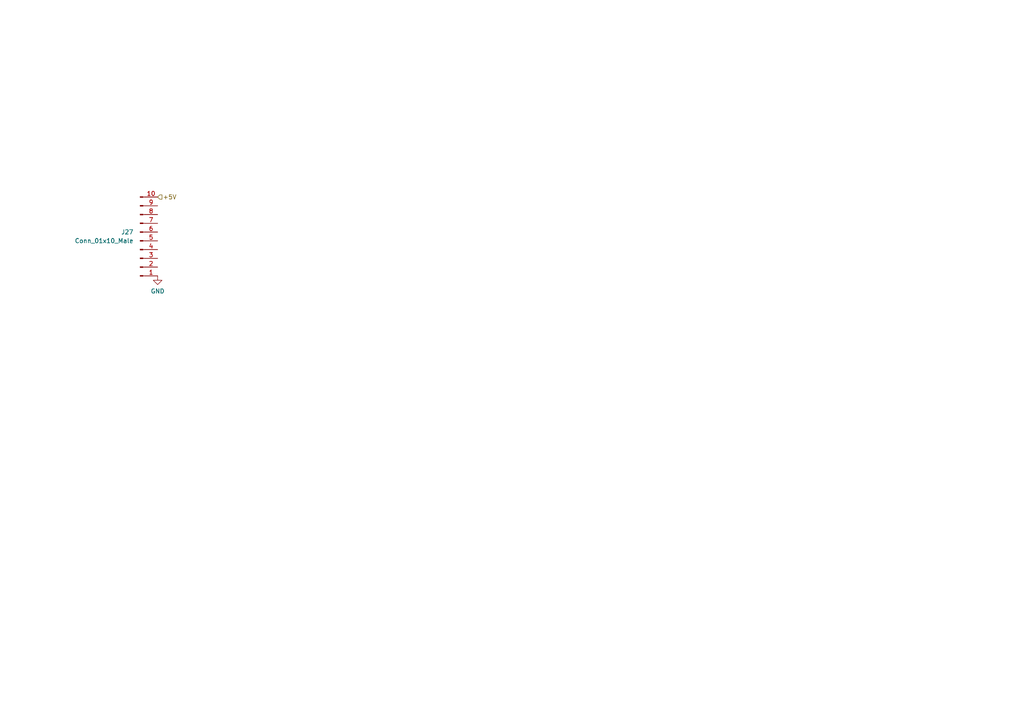
<source format=kicad_sch>
(kicad_sch (version 20211123) (generator eeschema)
  (paper "A4")
  (lib_symbols
    (symbol "Connector:Conn_01x10_Male" (pin_names (offset 1.016) hide)
      (property "Reference" "J" (at 0 12.7 0))
      (property "Value" "Conn_01x10_Male" (at 0 -15.24 0))
      (symbol "Conn_01x10_Male_1_1"
        (polyline (pts (xy 1.27 -12.7) (xy 0.8636 -12.7)) (stroke (width 0.1524)))
        (polyline (pts (xy 1.27 -10.16) (xy 0.8636 -10.16)) (stroke (width 0.1524)))
        (polyline (pts (xy 1.27 -7.62) (xy 0.8636 -7.62)) (stroke (width 0.1524)))
        (polyline (pts (xy 1.27 -5.08) (xy 0.8636 -5.08)) (stroke (width 0.1524)))
        (polyline (pts (xy 1.27 -2.54) (xy 0.8636 -2.54)) (stroke (width 0.1524)))
        (polyline (pts (xy 1.27 0) (xy 0.8636 0)) (stroke (width 0.1524)))
        (polyline (pts (xy 1.27 2.54) (xy 0.8636 2.54)) (stroke (width 0.1524)))
        (polyline (pts (xy 1.27 5.08) (xy 0.8636 5.08)) (stroke (width 0.1524)))
        (polyline (pts (xy 1.27 7.62) (xy 0.8636 7.62)) (stroke (width 0.1524)))
        (polyline (pts (xy 1.27 10.16) (xy 0.8636 10.16)) (stroke (width 0.1524)))
        (rectangle (start 0.8636 -12.573) (end 0 -12.827) (stroke (width 0.1524)) (fill (type outline)))
        (rectangle (start 0.8636 -10.033) (end 0 -10.287) (stroke (width 0.1524)) (fill (type outline)))
        (rectangle (start 0.8636 -7.493) (end 0 -7.747) (stroke (width 0.1524)) (fill (type outline)))
        (rectangle (start 0.8636 -4.953) (end 0 -5.207) (stroke (width 0.1524)) (fill (type outline)))
        (rectangle (start 0.8636 -2.413) (end 0 -2.667) (stroke (width 0.1524)) (fill (type outline)))
        (rectangle (start 0.8636 0.127) (end 0 -0.127) (stroke (width 0.1524)) (fill (type outline)))
        (rectangle (start 0.8636 2.667) (end 0 2.413) (stroke (width 0.1524)) (fill (type outline)))
        (rectangle (start 0.8636 5.207) (end 0 4.953) (stroke (width 0.1524)) (fill (type outline)))
        (rectangle (start 0.8636 7.747) (end 0 7.493) (stroke (width 0.1524)) (fill (type outline)))
        (rectangle (start 0.8636 10.287) (end 0 10.033) (stroke (width 0.1524)) (fill (type outline)))
        (pin passive line (at 5.08 10.16 180) (length 3.81) (name "Pin_1") (number "1"))
        (pin passive line (at 5.08 -12.7 180) (length 3.81) (name "Pin_10") (number "10"))
        (pin passive line (at 5.08 7.62 180) (length 3.81) (name "Pin_2") (number "2"))
        (pin passive line (at 5.08 5.08 180) (length 3.81) (name "Pin_3") (number "3"))
        (pin passive line (at 5.08 2.54 180) (length 3.81) (name "Pin_4") (number "4"))
        (pin passive line (at 5.08 0 180) (length 3.81) (name "Pin_5") (number "5"))
        (pin passive line (at 5.08 -2.54 180) (length 3.81) (name "Pin_6") (number "6"))
        (pin passive line (at 5.08 -5.08 180) (length 3.81) (name "Pin_7") (number "7"))
        (pin passive line (at 5.08 -7.62 180) (length 3.81) (name "Pin_8") (number "8"))
        (pin passive line (at 5.08 -10.16 180) (length 3.81) (name "Pin_9") (number "9"))
      )
    )
    (symbol "power:GND" (power) (pin_names (offset 0))
      (property "Value" "GND" (at 0 -3.81 0))
      (symbol "GND_0_1"
        (polyline (pts (xy 0 0) (xy 0 -1.27) (xy 1.27 -1.27) (xy 0 -2.54) (xy -1.27 -1.27) (xy 0 -1.27)))
      )
      (symbol "GND_1_1"
        (pin power_in line (at 0 0 270) (length 0) hide (name "GND") (number "1"))
      )
    )
  )
  (hierarchical_label "+5V" (shape input) (at 45.72 57.15 0))
  (symbol (lib_id "power:GND") (at 45.72 80.01 0) (unit 1)
    (property "Reference" "#PWR0103" (effects hide))
    (property "Value" "GND" (at 45.72 84.455 0))
  )
  (symbol (lib_id "Connector:Conn_01x10_Male") (at 40.64 69.85 0) (mirror x) (unit 1)
    (property "Reference" "J27" (at 38.735 67.3099 0) (effects (justify right)))
    (property "Value" "Conn_01x10_Male" (at 38.735 69.8499 0) (effects (justify right)))
  )
)
</source>
